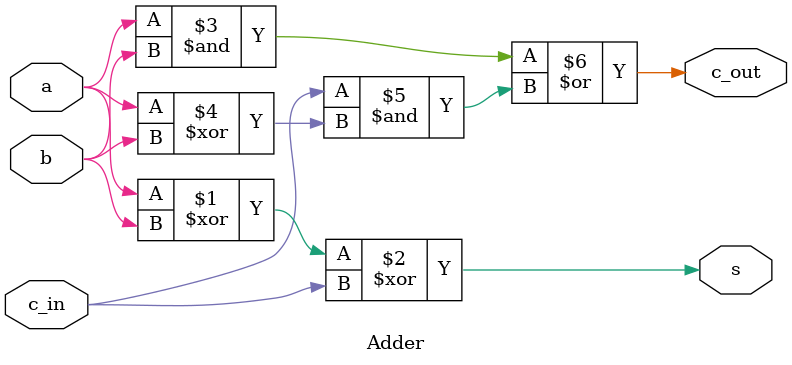
<source format=v>
module Adder(
    input a,     // 被加数
    input b,     // 加数
    input c_in,  // 低位加法运算的进位 carry
    output s,    // 和 summary
    output c_out // 进位 carry
);
    assign s = a ^ b ^ c_in;
    assign c_out = (a & b) | (c_in & (a ^ b));
endmodule
</source>
